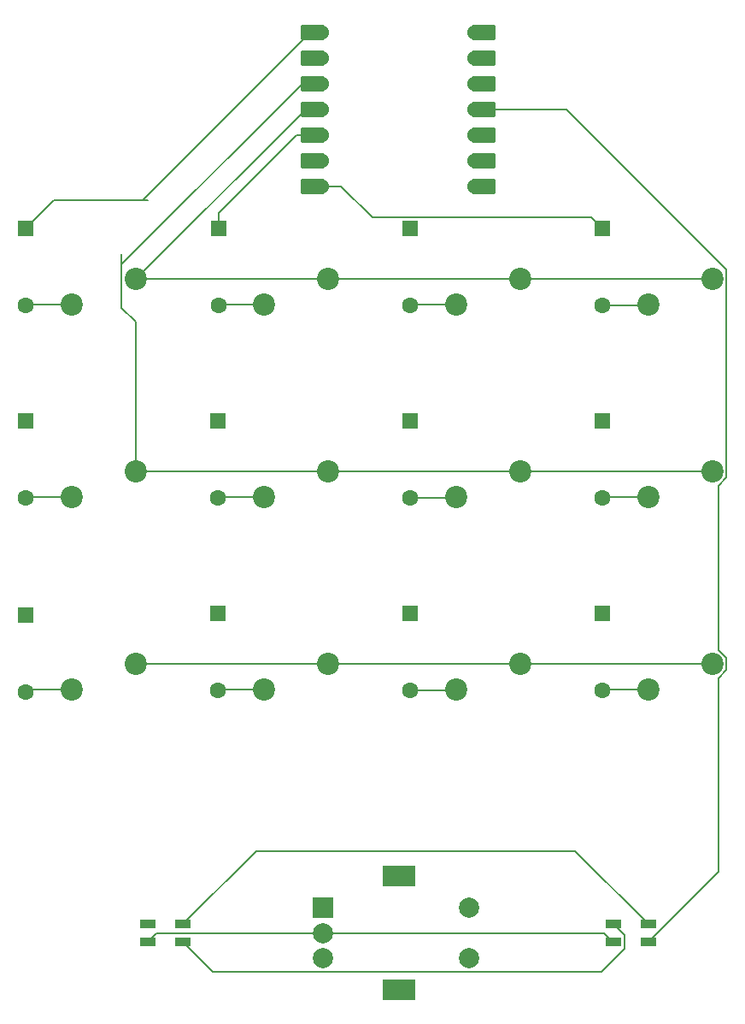
<source format=gbr>
%TF.GenerationSoftware,KiCad,Pcbnew,9.0.6*%
%TF.CreationDate,2025-11-30T21:38:08+01:00*%
%TF.ProjectId,Progetto1,50726f67-6574-4746-9f31-2e6b69636164,rev?*%
%TF.SameCoordinates,Original*%
%TF.FileFunction,Copper,L1,Top*%
%TF.FilePolarity,Positive*%
%FSLAX46Y46*%
G04 Gerber Fmt 4.6, Leading zero omitted, Abs format (unit mm)*
G04 Created by KiCad (PCBNEW 9.0.6) date 2025-11-30 21:38:08*
%MOMM*%
%LPD*%
G01*
G04 APERTURE LIST*
G04 Aperture macros list*
%AMRoundRect*
0 Rectangle with rounded corners*
0 $1 Rounding radius*
0 $2 $3 $4 $5 $6 $7 $8 $9 X,Y pos of 4 corners*
0 Add a 4 corners polygon primitive as box body*
4,1,4,$2,$3,$4,$5,$6,$7,$8,$9,$2,$3,0*
0 Add four circle primitives for the rounded corners*
1,1,$1+$1,$2,$3*
1,1,$1+$1,$4,$5*
1,1,$1+$1,$6,$7*
1,1,$1+$1,$8,$9*
0 Add four rect primitives between the rounded corners*
20,1,$1+$1,$2,$3,$4,$5,0*
20,1,$1+$1,$4,$5,$6,$7,0*
20,1,$1+$1,$6,$7,$8,$9,0*
20,1,$1+$1,$8,$9,$2,$3,0*%
G04 Aperture macros list end*
%TA.AperFunction,ComponentPad*%
%ADD10C,2.200000*%
%TD*%
%TA.AperFunction,ComponentPad*%
%ADD11R,2.000000X2.000000*%
%TD*%
%TA.AperFunction,ComponentPad*%
%ADD12C,2.000000*%
%TD*%
%TA.AperFunction,ComponentPad*%
%ADD13R,3.200000X2.000000*%
%TD*%
%TA.AperFunction,SMDPad,CuDef*%
%ADD14R,1.600000X0.850000*%
%TD*%
%TA.AperFunction,SMDPad,CuDef*%
%ADD15RoundRect,0.152400X1.063600X0.609600X-1.063600X0.609600X-1.063600X-0.609600X1.063600X-0.609600X0*%
%TD*%
%TA.AperFunction,ComponentPad*%
%ADD16C,1.524000*%
%TD*%
%TA.AperFunction,SMDPad,CuDef*%
%ADD17RoundRect,0.152400X-1.063600X-0.609600X1.063600X-0.609600X1.063600X0.609600X-1.063600X0.609600X0*%
%TD*%
%TA.AperFunction,ComponentPad*%
%ADD18RoundRect,0.250000X-0.550000X0.550000X-0.550000X-0.550000X0.550000X-0.550000X0.550000X0.550000X0*%
%TD*%
%TA.AperFunction,ComponentPad*%
%ADD19C,1.600000*%
%TD*%
%TA.AperFunction,Conductor*%
%ADD20C,0.200000*%
%TD*%
G04 APERTURE END LIST*
D10*
%TO.P,SW11,1,1*%
%TO.N,Net-(U1-GPIO27{slash}ADC1{slash}A1)*%
X166846250Y-113982500D03*
%TO.P,SW11,2,2*%
%TO.N,Net-(D11-A)*%
X160496250Y-116522500D03*
%TD*%
%TO.P,SW1,1,1*%
%TO.N,Net-(U1-GPIO29{slash}ADC3{slash}A3)*%
X128746250Y-75882500D03*
%TO.P,SW1,2,2*%
%TO.N,Net-(D3-A)*%
X122396250Y-78422500D03*
%TD*%
%TO.P,SW6,1,1*%
%TO.N,Net-(U1-GPIO28{slash}ADC2{slash}A2)*%
X147796250Y-94932500D03*
%TO.P,SW6,2,2*%
%TO.N,Net-(D7-A)*%
X141446250Y-97472500D03*
%TD*%
D11*
%TO.P,SW13,A,A*%
%TO.N,Net-(U1-GPIO4{slash}MISO)*%
X147309000Y-138089000D03*
D12*
%TO.P,SW13,B,B*%
%TO.N,Net-(U1-GPIO2{slash}SCK)*%
X147309000Y-143089000D03*
%TO.P,SW13,C,C*%
%TO.N,GND*%
X147309000Y-140589000D03*
D13*
%TO.P,SW13,MP*%
%TO.N,N/C*%
X154809000Y-134989000D03*
X154809000Y-146189000D03*
D12*
%TO.P,SW13,S1*%
X161809000Y-143089000D03*
%TO.P,SW13,S2*%
X161809000Y-138089000D03*
%TD*%
D14*
%TO.P,D1,1,DOUT*%
%TO.N,unconnected-(D1-DOUT-Pad1)*%
X129949000Y-139714000D03*
%TO.P,D1,2,VSS*%
%TO.N,GND*%
X129949000Y-141464000D03*
%TO.P,D1,3,DIN*%
%TO.N,Net-(D1-DIN)*%
X133449000Y-141464000D03*
%TO.P,D1,4,VDD*%
%TO.N,+5V*%
X133449000Y-139714000D03*
%TD*%
D10*
%TO.P,SW10,1,1*%
%TO.N,Net-(U1-GPIO27{slash}ADC1{slash}A1)*%
X147796250Y-113982500D03*
%TO.P,SW10,2,2*%
%TO.N,Net-(D6-A)*%
X141446250Y-116522500D03*
%TD*%
D15*
%TO.P,U1,1,GPIO26/ADC0/A0*%
%TO.N,Net-(D3-K)*%
X146305000Y-51438500D03*
D16*
X147140000Y-51438500D03*
D15*
%TO.P,U1,2,GPIO27/ADC1/A1*%
%TO.N,Net-(U1-GPIO27{slash}ADC1{slash}A1)*%
X146305000Y-53978500D03*
D16*
X147140000Y-53978500D03*
D15*
%TO.P,U1,3,GPIO28/ADC2/A2*%
%TO.N,Net-(U1-GPIO28{slash}ADC2{slash}A2)*%
X146305000Y-56518500D03*
D16*
X147140000Y-56518500D03*
D15*
%TO.P,U1,4,GPIO29/ADC3/A3*%
%TO.N,Net-(U1-GPIO29{slash}ADC3{slash}A3)*%
X146305000Y-59058500D03*
D16*
X147140000Y-59058500D03*
D15*
%TO.P,U1,5,GPIO6/SDA*%
%TO.N,Net-(D6-K)*%
X146305000Y-61598500D03*
D16*
X147140000Y-61598500D03*
D15*
%TO.P,U1,6,GPIO7/SCL*%
%TO.N,Net-(D10-K)*%
X146305000Y-64138500D03*
D16*
X147140000Y-64138500D03*
D15*
%TO.P,U1,7,GPIO0/TX*%
%TO.N,Net-(D12-K)*%
X146305000Y-66678500D03*
D16*
X147140000Y-66678500D03*
%TO.P,U1,8,GPIO1/RX*%
%TO.N,unconnected-(U1-GPIO1{slash}RX-Pad8)*%
X162380000Y-66678500D03*
D17*
X163215000Y-66678500D03*
D16*
%TO.P,U1,9,GPIO2/SCK*%
%TO.N,Net-(U1-GPIO2{slash}SCK)*%
X162380000Y-64138500D03*
D17*
X163215000Y-64138500D03*
D16*
%TO.P,U1,10,GPIO4/MISO*%
%TO.N,Net-(U1-GPIO4{slash}MISO)*%
X162380000Y-61598500D03*
D17*
X163215000Y-61598500D03*
D16*
%TO.P,U1,11,GPIO3/MOSI*%
%TO.N,Net-(D2-DIN)*%
X162380000Y-59058500D03*
D17*
X163215000Y-59058500D03*
D16*
%TO.P,U1,12,3V3*%
%TO.N,unconnected-(U1-3V3-Pad12)*%
X162380000Y-56518500D03*
D17*
X163215000Y-56518500D03*
D16*
%TO.P,U1,13,GND*%
%TO.N,unconnected-(U1-GND-Pad13)*%
X162380000Y-53978500D03*
D17*
X163215000Y-53978500D03*
D16*
%TO.P,U1,14,VBUS*%
%TO.N,unconnected-(U1-VBUS-Pad14)*%
X162380000Y-51438500D03*
D17*
X163215000Y-51438500D03*
%TD*%
D14*
%TO.P,D2,1,DOUT*%
%TO.N,Net-(D1-DIN)*%
X176050000Y-139714000D03*
%TO.P,D2,2,VSS*%
%TO.N,GND*%
X176050000Y-141464000D03*
%TO.P,D2,3,DIN*%
%TO.N,Net-(D2-DIN)*%
X179550000Y-141464000D03*
%TO.P,D2,4,VDD*%
%TO.N,+5V*%
X179550000Y-139714000D03*
%TD*%
D10*
%TO.P,SW9,1,1*%
%TO.N,Net-(U1-GPIO27{slash}ADC1{slash}A1)*%
X128746250Y-113982500D03*
%TO.P,SW9,2,2*%
%TO.N,Net-(D5-A)*%
X122396250Y-116522500D03*
%TD*%
%TO.P,SW3,1,1*%
%TO.N,Net-(U1-GPIO29{slash}ADC3{slash}A3)*%
X166846250Y-75882500D03*
%TO.P,SW3,2,2*%
%TO.N,Net-(D9-A)*%
X160496250Y-78422500D03*
%TD*%
%TO.P,SW12,1,1*%
%TO.N,Net-(U1-GPIO27{slash}ADC1{slash}A1)*%
X185896250Y-113982500D03*
%TO.P,SW12,2,2*%
%TO.N,Net-(D12-A)*%
X179546250Y-116522500D03*
%TD*%
%TO.P,SW8,1,1*%
%TO.N,Net-(U1-GPIO28{slash}ADC2{slash}A2)*%
X185896250Y-94932500D03*
%TO.P,SW8,2,2*%
%TO.N,Net-(D13-A)*%
X179546250Y-97472500D03*
%TD*%
%TO.P,SW2,1,1*%
%TO.N,Net-(U1-GPIO29{slash}ADC3{slash}A3)*%
X147796250Y-75882500D03*
%TO.P,SW2,2,2*%
%TO.N,Net-(D8-A)*%
X141446250Y-78422500D03*
%TD*%
%TO.P,SW4,1,1*%
%TO.N,Net-(U1-GPIO29{slash}ADC3{slash}A3)*%
X185896250Y-75882500D03*
%TO.P,SW4,2,2*%
%TO.N,Net-(D14-A)*%
X179546250Y-78422500D03*
%TD*%
%TO.P,SW5,1,1*%
%TO.N,Net-(U1-GPIO28{slash}ADC2{slash}A2)*%
X128746250Y-94932500D03*
%TO.P,SW5,2,2*%
%TO.N,Net-(D4-A)*%
X122396250Y-97472500D03*
%TD*%
%TO.P,SW7,1,1*%
%TO.N,Net-(U1-GPIO28{slash}ADC2{slash}A2)*%
X166846250Y-94932500D03*
%TO.P,SW7,2,2*%
%TO.N,Net-(D10-A)*%
X160496250Y-97472500D03*
%TD*%
D18*
%TO.P,D8,1,K*%
%TO.N,Net-(D6-K)*%
X136970000Y-70840000D03*
D19*
%TO.P,D8,2,A*%
%TO.N,Net-(D8-A)*%
X136970000Y-78460000D03*
%TD*%
D18*
%TO.P,D13,1,K*%
%TO.N,Net-(D12-K)*%
X175006000Y-89916000D03*
D19*
%TO.P,D13,2,A*%
%TO.N,Net-(D13-A)*%
X175006000Y-97536000D03*
%TD*%
D18*
%TO.P,D5,1,K*%
%TO.N,Net-(D3-K)*%
X117856000Y-109093000D03*
D19*
%TO.P,D5,2,A*%
%TO.N,Net-(D5-A)*%
X117856000Y-116713000D03*
%TD*%
D18*
%TO.P,D10,1,K*%
%TO.N,Net-(D10-K)*%
X155956000Y-89916000D03*
D19*
%TO.P,D10,2,A*%
%TO.N,Net-(D10-A)*%
X155956000Y-97536000D03*
%TD*%
D18*
%TO.P,D6,1,K*%
%TO.N,Net-(D6-K)*%
X136906000Y-108966000D03*
D19*
%TO.P,D6,2,A*%
%TO.N,Net-(D6-A)*%
X136906000Y-116586000D03*
%TD*%
D18*
%TO.P,D9,1,K*%
%TO.N,Net-(D10-K)*%
X155956000Y-70866000D03*
D19*
%TO.P,D9,2,A*%
%TO.N,Net-(D9-A)*%
X155956000Y-78486000D03*
%TD*%
D18*
%TO.P,D14,1,K*%
%TO.N,Net-(D12-K)*%
X175006000Y-70866000D03*
D19*
%TO.P,D14,2,A*%
%TO.N,Net-(D14-A)*%
X175006000Y-78486000D03*
%TD*%
D18*
%TO.P,D7,1,K*%
%TO.N,Net-(D6-K)*%
X136906000Y-89916000D03*
D19*
%TO.P,D7,2,A*%
%TO.N,Net-(D7-A)*%
X136906000Y-97536000D03*
%TD*%
D18*
%TO.P,D12,1,K*%
%TO.N,Net-(D12-K)*%
X175006000Y-108966000D03*
D19*
%TO.P,D12,2,A*%
%TO.N,Net-(D12-A)*%
X175006000Y-116586000D03*
%TD*%
D18*
%TO.P,D11,1,K*%
%TO.N,Net-(D10-K)*%
X155956000Y-108966000D03*
D19*
%TO.P,D11,2,A*%
%TO.N,Net-(D11-A)*%
X155956000Y-116586000D03*
%TD*%
D18*
%TO.P,D3,1,K*%
%TO.N,Net-(D3-K)*%
X117856000Y-70866000D03*
D19*
%TO.P,D3,2,A*%
%TO.N,Net-(D3-A)*%
X117856000Y-78486000D03*
%TD*%
D18*
%TO.P,D4,1,K*%
%TO.N,Net-(D3-K)*%
X117856000Y-89916000D03*
D19*
%TO.P,D4,2,A*%
%TO.N,Net-(D4-A)*%
X117856000Y-97536000D03*
%TD*%
D20*
%TO.N,Net-(D1-DIN)*%
X176050000Y-139714000D02*
X177151000Y-140815000D01*
X174941000Y-144400000D02*
X136385000Y-144400000D01*
X177151000Y-142190000D02*
X174941000Y-144400000D01*
X177151000Y-140815000D02*
X177151000Y-142190000D01*
X136385000Y-144400000D02*
X133449000Y-141464000D01*
%TO.N,+5V*%
X172297000Y-132461000D02*
X179550000Y-139714000D01*
X133449000Y-139714000D02*
X140702000Y-132461000D01*
X140702000Y-132461000D02*
X172297000Y-132461000D01*
%TO.N,GND*%
X130824000Y-140589000D02*
X129949000Y-141464000D01*
X147309000Y-140589000D02*
X175175000Y-140589000D01*
X147309000Y-140589000D02*
X130824000Y-140589000D01*
X175175000Y-140589000D02*
X176050000Y-141464000D01*
%TO.N,Net-(D2-DIN)*%
X179550000Y-141464000D02*
X186476564Y-134537436D01*
X187235250Y-80465030D02*
X187297250Y-80403030D01*
X187297250Y-80403030D02*
X187297250Y-74917250D01*
X186476564Y-112581500D02*
X186476564Y-96333500D01*
X187297250Y-95512814D02*
X187297250Y-81521970D01*
X163215000Y-59058500D02*
X171438500Y-59058500D01*
X186476564Y-96333500D02*
X187297250Y-95512814D01*
X186476564Y-134537436D02*
X186476564Y-115383500D01*
X187297250Y-113402186D02*
X186476564Y-112581500D01*
X171438500Y-59058500D02*
X187297250Y-74917250D01*
X187297250Y-81521970D02*
X187235250Y-81459970D01*
X186476564Y-115383500D02*
X187297250Y-114562814D01*
X187297250Y-114562814D02*
X187297250Y-113402186D01*
X187235250Y-81459970D02*
X187235250Y-80465030D01*
%TO.N,Net-(D3-K)*%
X147140000Y-51438500D02*
X146062370Y-51438500D01*
X117856000Y-70866000D02*
X120652000Y-68070000D01*
X129440000Y-68070000D02*
X129910000Y-68070000D01*
X129440000Y-68060870D02*
X129440000Y-68070000D01*
X120652000Y-68070000D02*
X129440000Y-68070000D01*
X146062370Y-51438500D02*
X129440000Y-68060870D01*
%TO.N,Net-(D3-A)*%
X122396250Y-78422500D02*
X117919500Y-78422500D01*
X117919500Y-78422500D02*
X117856000Y-78486000D01*
%TO.N,Net-(D4-A)*%
X117919500Y-97472500D02*
X117856000Y-97536000D01*
X122396250Y-97472500D02*
X117919500Y-97472500D01*
%TO.N,Net-(D5-A)*%
X122396250Y-116522500D02*
X121602500Y-116522500D01*
X122396250Y-116522500D02*
X118046500Y-116522500D01*
X118046500Y-116522500D02*
X117856000Y-116713000D01*
X121602500Y-116522500D02*
X121443750Y-116681250D01*
%TO.N,Net-(D6-A)*%
X136969500Y-116522500D02*
X136906000Y-116586000D01*
X141446250Y-116522500D02*
X136969500Y-116522500D01*
%TO.N,Net-(D6-K)*%
X144670874Y-61598500D02*
X136970000Y-69299374D01*
X136970000Y-70840000D02*
X136970000Y-69299374D01*
X147140000Y-61598500D02*
X144670874Y-61598500D01*
%TO.N,Net-(D7-A)*%
X141446250Y-97472500D02*
X136969500Y-97472500D01*
X136969500Y-97472500D02*
X136906000Y-97536000D01*
%TO.N,Net-(D8-A)*%
X137007500Y-78422500D02*
X136970000Y-78460000D01*
X141446250Y-78422500D02*
X137007500Y-78422500D01*
%TO.N,Net-(D9-A)*%
X160496250Y-78422500D02*
X156019500Y-78422500D01*
X156019500Y-78422500D02*
X155956000Y-78486000D01*
%TO.N,Net-(D10-A)*%
X160210500Y-97472500D02*
X160020000Y-97282000D01*
X160496250Y-97472500D02*
X160210500Y-97472500D01*
X155956000Y-97536000D02*
X160432750Y-97536000D01*
X160432750Y-97536000D02*
X160496250Y-97472500D01*
X160020000Y-97282000D02*
X159766000Y-97536000D01*
%TO.N,Net-(D11-A)*%
X155956000Y-116586000D02*
X160432750Y-116586000D01*
X156019500Y-116522500D02*
X155956000Y-116586000D01*
X160432750Y-116586000D02*
X160496250Y-116522500D01*
%TO.N,Net-(D12-A)*%
X175069500Y-116522500D02*
X175006000Y-116586000D01*
X179546250Y-116522500D02*
X175069500Y-116522500D01*
%TO.N,Net-(D12-K)*%
X173905000Y-69765000D02*
X152188000Y-69765000D01*
X175006000Y-70866000D02*
X173905000Y-69765000D01*
X149101500Y-66678500D02*
X152188000Y-69765000D01*
X147140000Y-66678500D02*
X149101500Y-66678500D01*
%TO.N,Net-(D13-A)*%
X175069500Y-97472500D02*
X175006000Y-97536000D01*
X179546250Y-97472500D02*
X175069500Y-97472500D01*
%TO.N,Net-(D14-A)*%
X175006000Y-78486000D02*
X179482750Y-78486000D01*
X179482750Y-78486000D02*
X179546250Y-78422500D01*
%TO.N,Net-(U1-GPIO27{slash}ADC1{slash}A1)*%
X147796250Y-113982500D02*
X166846250Y-113982500D01*
X185896250Y-113982500D02*
X166846250Y-113982500D01*
X128746250Y-113982500D02*
X147796250Y-113982500D01*
%TO.N,Net-(U1-GPIO28{slash}ADC2{slash}A2)*%
X127345250Y-74430000D02*
X127345250Y-78719970D01*
X145256750Y-56518500D02*
X127345250Y-74430000D01*
X147140000Y-56518500D02*
X145256750Y-56518500D01*
X127345250Y-73380120D02*
X127345250Y-74430000D01*
X166846250Y-94932500D02*
X147796250Y-94932500D01*
X128746250Y-80120970D02*
X128746250Y-94932500D01*
X127345250Y-78719970D02*
X128746250Y-80120970D01*
X147796250Y-94932500D02*
X128746250Y-94932500D01*
X185896250Y-94932500D02*
X166846250Y-94932500D01*
%TO.N,Net-(U1-GPIO29{slash}ADC3{slash}A3)*%
X147140000Y-59058500D02*
X145570250Y-59058500D01*
X145570250Y-59058500D02*
X128746250Y-75882500D01*
X128746250Y-74983124D02*
X128746250Y-75882500D01*
X128746250Y-75882500D02*
X147796250Y-75882500D01*
X166846250Y-75882500D02*
X185896250Y-75882500D01*
X147796250Y-75882500D02*
X166846250Y-75882500D01*
%TD*%
M02*

</source>
